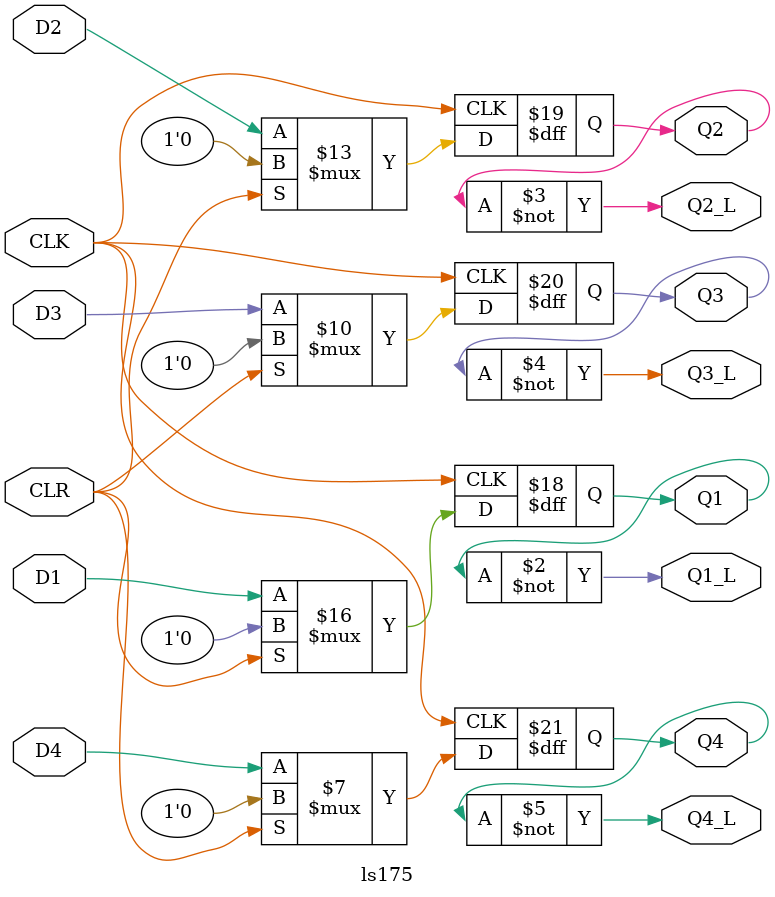
<source format=v>
`timescale 1ns / 1ps
module ls175(
        input wire CLK,
        input wire CLR,
        input wire D1,
        input wire D2,
        input wire D3,
        input wire D4,
        output reg Q1,
        output wire Q1_L,
        output reg Q2,
        output wire Q2_L,
        output reg Q3,
        output wire Q3_L,
        output reg Q4,
        output wire Q4_L
    );

	always @(posedge CLK) begin
		if (CLR) begin
			Q1 <= 0;
			Q2 <= 0;
			Q3 <= 0;
			Q4 <= 0;
		end else begin
			Q1 <= D1;
			Q2 <= D2;
			Q3 <= D3;
			Q4 <= D4;
		end
	end
	
	assign Q1_L = ~Q1;	
	assign Q2_L = ~Q2;
	assign Q3_L = ~Q3;
	assign Q4_L = ~Q4;
	
endmodule

</source>
